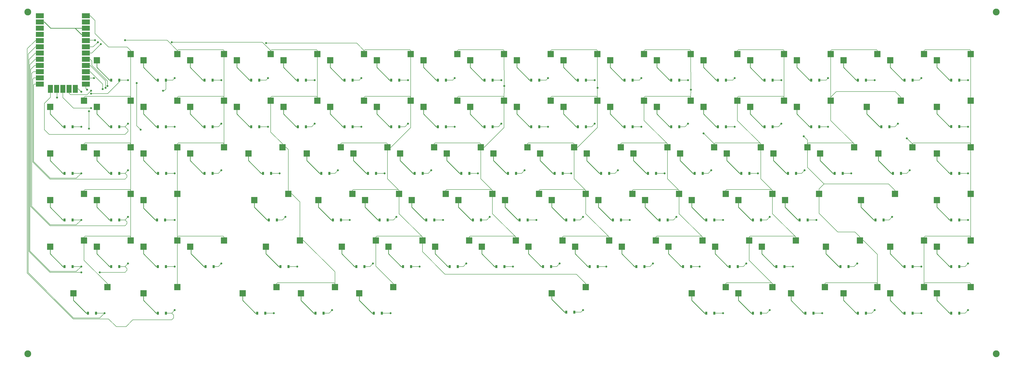
<source format=gbr>
G04 #@! TF.GenerationSoftware,KiCad,Pcbnew,(5.1.5)-3*
G04 #@! TF.CreationDate,2020-02-09T18:49:31-08:00*
G04 #@! TF.ProjectId,minato,6d696e61-746f-42e6-9b69-6361645f7063,rev?*
G04 #@! TF.SameCoordinates,Original*
G04 #@! TF.FileFunction,Copper,L2,Bot*
G04 #@! TF.FilePolarity,Positive*
%FSLAX46Y46*%
G04 Gerber Fmt 4.6, Leading zero omitted, Abs format (unit mm)*
G04 Created by KiCad (PCBNEW (5.1.5)-3) date 2020-02-09 18:49:31*
%MOMM*%
%LPD*%
G04 APERTURE LIST*
%ADD10R,2.550000X2.500000*%
%ADD11R,2.000000X3.250000*%
%ADD12R,3.250000X2.000000*%
%ADD13R,0.900000X1.200000*%
%ADD14C,2.800000*%
%ADD15C,0.800000*%
%ADD16C,0.177800*%
%ADD17C,0.250000*%
G04 APERTURE END LIST*
D10*
X64671250Y-23653750D03*
X78521250Y-21113750D03*
D11*
X45720000Y-35321875D03*
X48260000Y-35321875D03*
X50800000Y-35321875D03*
X53340000Y-35321875D03*
X55880000Y-35321875D03*
D12*
X41402000Y-5476875D03*
X41402000Y-8016875D03*
X41402000Y-10556875D03*
X41402000Y-13096875D03*
X41402000Y-15636875D03*
X41402000Y-18176875D03*
X41402000Y-20716875D03*
X41402000Y-23256875D03*
X41402000Y-25796875D03*
X41402000Y-28336875D03*
X41402000Y-30876875D03*
X41402000Y-33416875D03*
X60198000Y-33416875D03*
X60198000Y-30876875D03*
X60198000Y-28336875D03*
X60198000Y-25796875D03*
X60198000Y-23256875D03*
X60198000Y-20716875D03*
X60198000Y-18176875D03*
X60198000Y-15636875D03*
X60198000Y-13096875D03*
X60198000Y-10556875D03*
X60198000Y-8016875D03*
X60198000Y-5476875D03*
D13*
X70581250Y-31750000D03*
X73881250Y-31750000D03*
D10*
X83721250Y-23653750D03*
X97571250Y-21113750D03*
D13*
X89631250Y-31750000D03*
X92931250Y-31750000D03*
D10*
X102771250Y-23653750D03*
X116621250Y-21113750D03*
D13*
X108681250Y-31750000D03*
X111981250Y-31750000D03*
D10*
X407571250Y-23653750D03*
X421421250Y-21113750D03*
D13*
X61056250Y-127000000D03*
X64356250Y-127000000D03*
X322993750Y-107950000D03*
X326293750Y-107950000D03*
X70581250Y-107950000D03*
X73881250Y-107950000D03*
D14*
X36512500Y-3968750D03*
X431800000Y-3968750D03*
X431800000Y-143668750D03*
X36512500Y-143668750D03*
D10*
X407571250Y-118903750D03*
X421421250Y-116363750D03*
X388521250Y-118903750D03*
X402371250Y-116363750D03*
X407571250Y-99853750D03*
X421421250Y-97313750D03*
X388521250Y-99853750D03*
X402371250Y-97313750D03*
X407571250Y-80803750D03*
X421421250Y-78263750D03*
X383758750Y-61753750D03*
X397608750Y-59213750D03*
X407571250Y-61753750D03*
X421421250Y-59213750D03*
X407571250Y-42703750D03*
X421421250Y-40163750D03*
X388521250Y-23653750D03*
X402371250Y-21113750D03*
X369471250Y-118903750D03*
X383321250Y-116363750D03*
X348040000Y-118903750D03*
X361890000Y-116363750D03*
X362327500Y-99853750D03*
X376177500Y-97313750D03*
X376615000Y-80803750D03*
X390465000Y-78263750D03*
X345658750Y-80803750D03*
X359508750Y-78263750D03*
X340896250Y-61753750D03*
X354746250Y-59213750D03*
X359946250Y-61753750D03*
X373796250Y-59213750D03*
X378996250Y-42703750D03*
X392846250Y-40163750D03*
X350421250Y-42703750D03*
X364271250Y-40163750D03*
X369471250Y-23653750D03*
X383321250Y-21113750D03*
X350421250Y-23653750D03*
X364271250Y-21113750D03*
X326608750Y-118903750D03*
X340458750Y-116363750D03*
X307558750Y-118903750D03*
X321408750Y-116363750D03*
X317083750Y-99853750D03*
X330933750Y-97313750D03*
X336133750Y-99853750D03*
X349983750Y-97313750D03*
X326608750Y-80803750D03*
X340458750Y-78263750D03*
X307558750Y-80803750D03*
X321408750Y-78263750D03*
X302796250Y-61753750D03*
X316646250Y-59213750D03*
X321846250Y-61753750D03*
X335696250Y-59213750D03*
X331371250Y-42703750D03*
X345221250Y-40163750D03*
X312321250Y-42703750D03*
X326171250Y-40163750D03*
X331371250Y-23653750D03*
X345221250Y-21113750D03*
X312321250Y-23653750D03*
X326171250Y-21113750D03*
X278983750Y-99853750D03*
X292833750Y-97313750D03*
X298033750Y-99853750D03*
X311883750Y-97313750D03*
X288508750Y-80803750D03*
X302358750Y-78263750D03*
X269458750Y-80803750D03*
X283308750Y-78263750D03*
X264696250Y-61753750D03*
X278546250Y-59213750D03*
X283746250Y-61753750D03*
X297596250Y-59213750D03*
X293271250Y-42703750D03*
X307121250Y-40163750D03*
X274221250Y-42703750D03*
X288071250Y-40163750D03*
X293271250Y-23653750D03*
X307121250Y-21113750D03*
X274221250Y-23653750D03*
X288071250Y-21113750D03*
X240883750Y-99853750D03*
X254733750Y-97313750D03*
X259933750Y-99853750D03*
X273783750Y-97313750D03*
X250408750Y-80803750D03*
X264258750Y-78263750D03*
X231358750Y-80803750D03*
X245208750Y-78263750D03*
X226596250Y-61753750D03*
X240446250Y-59213750D03*
X245646250Y-61753750D03*
X259496250Y-59213750D03*
X255171250Y-42703750D03*
X269021250Y-40163750D03*
X236121250Y-42703750D03*
X249971250Y-40163750D03*
X255171250Y-23653750D03*
X269021250Y-21113750D03*
X236121250Y-23653750D03*
X249971250Y-21113750D03*
X202783750Y-99853750D03*
X216633750Y-97313750D03*
X221833750Y-99853750D03*
X235683750Y-97313750D03*
X212308750Y-80803750D03*
X226158750Y-78263750D03*
X193258750Y-80803750D03*
X207108750Y-78263750D03*
X188496250Y-61753750D03*
X202346250Y-59213750D03*
X207546250Y-61753750D03*
X221396250Y-59213750D03*
X217071250Y-42703750D03*
X230921250Y-40163750D03*
X198021250Y-42703750D03*
X211871250Y-40163750D03*
X217071250Y-23653750D03*
X230921250Y-21113750D03*
X198021250Y-23653750D03*
X211871250Y-21113750D03*
X250408750Y-118903750D03*
X264258750Y-116363750D03*
X171827500Y-118903750D03*
X185677500Y-116363750D03*
X164683750Y-99853750D03*
X178533750Y-97313750D03*
X183733750Y-99853750D03*
X197583750Y-97313750D03*
X174208750Y-80803750D03*
X188058750Y-78263750D03*
X155158750Y-80803750D03*
X169008750Y-78263750D03*
X150396250Y-61753750D03*
X164246250Y-59213750D03*
X169446250Y-61753750D03*
X183296250Y-59213750D03*
X178971250Y-42703750D03*
X192821250Y-40163750D03*
X159921250Y-42703750D03*
X173771250Y-40163750D03*
X178971250Y-23653750D03*
X192821250Y-21113750D03*
X159921250Y-23653750D03*
X173771250Y-21113750D03*
X148015000Y-118903750D03*
X161865000Y-116363750D03*
X124202500Y-118903750D03*
X138052500Y-116363750D03*
X133727500Y-99853750D03*
X147577500Y-97313750D03*
X128965000Y-80803750D03*
X142815000Y-78263750D03*
X126583750Y-61753750D03*
X140433750Y-59213750D03*
X140871250Y-42703750D03*
X154721250Y-40163750D03*
X121821250Y-42703750D03*
X135671250Y-40163750D03*
X140871250Y-23653750D03*
X154721250Y-21113750D03*
X121821250Y-23653750D03*
X135671250Y-21113750D03*
X83721250Y-118903750D03*
X97571250Y-116363750D03*
X102771250Y-99853750D03*
X116621250Y-97313750D03*
X83721250Y-99853750D03*
X97571250Y-97313750D03*
X83721250Y-80803750D03*
X97571250Y-78263750D03*
X102771250Y-61753750D03*
X116621250Y-59213750D03*
X83721250Y-61753750D03*
X97571250Y-59213750D03*
X102771250Y-42703750D03*
X116621250Y-40163750D03*
X83721250Y-42703750D03*
X97571250Y-40163750D03*
X55146250Y-118903750D03*
X68996250Y-116363750D03*
X64671250Y-99853750D03*
X78521250Y-97313750D03*
X45621250Y-99853750D03*
X59471250Y-97313750D03*
X64671250Y-80803750D03*
X78521250Y-78263750D03*
X45621250Y-80803750D03*
X59471250Y-78263750D03*
X64671250Y-61753750D03*
X78521250Y-59213750D03*
X45621250Y-61753750D03*
X59471250Y-59213750D03*
X64671250Y-42703750D03*
X78521250Y-40163750D03*
X45621250Y-42703750D03*
X59471250Y-40163750D03*
D13*
X416781250Y-127000000D03*
X413481250Y-127000000D03*
X413481250Y-107950000D03*
X416781250Y-107950000D03*
X413481250Y-88900000D03*
X416781250Y-88900000D03*
X413481250Y-69850000D03*
X416781250Y-69850000D03*
X413481250Y-50737500D03*
X416781250Y-50737500D03*
X413481250Y-31750000D03*
X416781250Y-31750000D03*
X394431250Y-127000000D03*
X397731250Y-127000000D03*
X394431250Y-107950000D03*
X397731250Y-107950000D03*
X389668750Y-69850000D03*
X392968750Y-69850000D03*
X394431250Y-31750000D03*
X397731250Y-31750000D03*
X375381250Y-127000000D03*
X378681250Y-127000000D03*
X382525000Y-88900000D03*
X385825000Y-88900000D03*
X365856250Y-69850000D03*
X369156250Y-69850000D03*
X384906250Y-50800000D03*
X388206250Y-50800000D03*
X375381250Y-31750000D03*
X378681250Y-31750000D03*
X353950000Y-127000000D03*
X357250000Y-127000000D03*
X368237500Y-107950000D03*
X371537500Y-107950000D03*
X351568750Y-88900000D03*
X354868750Y-88900000D03*
X346806250Y-69850000D03*
X350106250Y-69850000D03*
X356331250Y-50800000D03*
X359631250Y-50800000D03*
X356331250Y-31750000D03*
X359631250Y-31750000D03*
X332518750Y-127000000D03*
X335818750Y-127000000D03*
X342043750Y-107950000D03*
X345343750Y-107950000D03*
X332518750Y-88900000D03*
X335818750Y-88900000D03*
X327756250Y-69850000D03*
X331056250Y-69850000D03*
X337281250Y-50800000D03*
X340581250Y-50800000D03*
X337281250Y-31750000D03*
X340581250Y-31750000D03*
X313468750Y-127000000D03*
X316768750Y-127000000D03*
X313468750Y-88900000D03*
X316768750Y-88900000D03*
X308706250Y-69850000D03*
X312006250Y-69850000D03*
X318231250Y-50800000D03*
X321531250Y-50800000D03*
X318231250Y-31750000D03*
X321531250Y-31750000D03*
X303943750Y-107950000D03*
X307243750Y-107950000D03*
X294418750Y-88900000D03*
X297718750Y-88900000D03*
X289656250Y-69850000D03*
X292956250Y-69850000D03*
X299181250Y-50800000D03*
X302481250Y-50800000D03*
X299181250Y-31750000D03*
X302481250Y-31750000D03*
X284893750Y-107950000D03*
X288193750Y-107950000D03*
X275368750Y-88900000D03*
X278668750Y-88900000D03*
X270543750Y-69850000D03*
X273843750Y-69850000D03*
X280131250Y-50800000D03*
X283431250Y-50800000D03*
X280131250Y-31750000D03*
X283431250Y-31750000D03*
X265843750Y-107950000D03*
X269143750Y-107950000D03*
X256318750Y-88900000D03*
X259618750Y-88900000D03*
X251556250Y-69850000D03*
X254856250Y-69850000D03*
X261081250Y-50800000D03*
X264381250Y-50800000D03*
X261081250Y-31750000D03*
X264381250Y-31750000D03*
X246793750Y-107950000D03*
X250093750Y-107950000D03*
X237268750Y-88900000D03*
X240568750Y-88900000D03*
X232506250Y-69850000D03*
X235806250Y-69850000D03*
X242031250Y-50800000D03*
X245331250Y-50800000D03*
X242031250Y-31750000D03*
X245331250Y-31750000D03*
X227743750Y-107950000D03*
X231043750Y-107950000D03*
X218218750Y-88900000D03*
X221518750Y-88900000D03*
X213456250Y-69850000D03*
X216756250Y-69850000D03*
X222918750Y-50800000D03*
X226218750Y-50800000D03*
X222981250Y-31750000D03*
X226281250Y-31750000D03*
X208693750Y-107950000D03*
X211993750Y-107950000D03*
X199168750Y-88900000D03*
X202468750Y-88900000D03*
X194406250Y-69850000D03*
X197706250Y-69850000D03*
X203931250Y-50800000D03*
X207231250Y-50800000D03*
X203931250Y-31750000D03*
X207231250Y-31750000D03*
X256318750Y-126603125D03*
X259618750Y-126603125D03*
X189643750Y-107950000D03*
X192943750Y-107950000D03*
X180118750Y-88900000D03*
X183418750Y-88900000D03*
X175356250Y-69850000D03*
X178656250Y-69850000D03*
X184881250Y-50800000D03*
X188181250Y-50800000D03*
X184881250Y-31750000D03*
X188181250Y-31750000D03*
X177737500Y-127000000D03*
X181037500Y-127000000D03*
X170593750Y-107950000D03*
X173893750Y-107950000D03*
X161068750Y-88900000D03*
X164368750Y-88900000D03*
X156306250Y-69850000D03*
X159606250Y-69850000D03*
X165831250Y-50800000D03*
X169131250Y-50800000D03*
X165831250Y-31750000D03*
X169131250Y-31750000D03*
X153925000Y-127000000D03*
X157225000Y-127000000D03*
X146781250Y-50800000D03*
X150081250Y-50800000D03*
X146781250Y-31750000D03*
X150081250Y-31750000D03*
X130112500Y-127000000D03*
X133412500Y-127000000D03*
X139637500Y-107950000D03*
X142937500Y-107950000D03*
X134875000Y-88900000D03*
X138175000Y-88900000D03*
X132493750Y-69850000D03*
X135793750Y-69850000D03*
X127731250Y-50800000D03*
X131031250Y-50800000D03*
X127731250Y-31750000D03*
X131031250Y-31750000D03*
X109078125Y-107950000D03*
X112378125Y-107950000D03*
X108681250Y-69850000D03*
X111981250Y-69850000D03*
X108681250Y-50800000D03*
X111981250Y-50800000D03*
X89631250Y-127000000D03*
X92931250Y-127000000D03*
X89631250Y-107950000D03*
X92931250Y-107950000D03*
X89234375Y-88900000D03*
X92534375Y-88900000D03*
X89693750Y-69850000D03*
X92993750Y-69850000D03*
X89631250Y-50800000D03*
X92931250Y-50800000D03*
X70581250Y-88900000D03*
X73881250Y-88900000D03*
X70581250Y-69850000D03*
X73881250Y-69850000D03*
X70581250Y-50800000D03*
X73881250Y-50800000D03*
X51531250Y-107950000D03*
X54831250Y-107950000D03*
X51531250Y-88900000D03*
X54831250Y-88900000D03*
X51531250Y-69850000D03*
X54831250Y-69850000D03*
X51531250Y-50800000D03*
X54831250Y-50800000D03*
D15*
X96440625Y-30956250D03*
X134540625Y-30956250D03*
X172640625Y-30956250D03*
X210740625Y-30956250D03*
X248840625Y-30956250D03*
X286940625Y-30956250D03*
X325040625Y-30956250D03*
X363140625Y-30956250D03*
X401240625Y-30956250D03*
X62309375Y-36115625D03*
X91678125Y-36115625D03*
X58340625Y-50800000D03*
X96440625Y-50800000D03*
X134540625Y-50800000D03*
X172640625Y-50800000D03*
X210740625Y-50800000D03*
X248840625Y-50800000D03*
X286940625Y-50800000D03*
X325040625Y-50800000D03*
X363140625Y-50800000D03*
X420290625Y-50800000D03*
X48418750Y-38893750D03*
X58340625Y-69850000D03*
X96440625Y-69850000D03*
X139303125Y-69850000D03*
X182165625Y-69850000D03*
X220265625Y-69850000D03*
X258365625Y-69850000D03*
X296465625Y-69850000D03*
X334565625Y-69850000D03*
X372665625Y-69850000D03*
X420290625Y-69850000D03*
X58340625Y-88900000D03*
X96440625Y-88900000D03*
X167878125Y-88900000D03*
X205978125Y-88900000D03*
X244078125Y-88900000D03*
X282178125Y-88900000D03*
X320278125Y-88900000D03*
X358378125Y-88900000D03*
X420290625Y-88900000D03*
X58340625Y-107950000D03*
X96440625Y-107950000D03*
X146446875Y-107950000D03*
X196453125Y-107950000D03*
X234553125Y-107950000D03*
X272653125Y-107950000D03*
X310753125Y-107950000D03*
X348853125Y-107950000D03*
X401240625Y-107950000D03*
X67865625Y-127000000D03*
X136921875Y-127000000D03*
X184546875Y-127000000D03*
X320278125Y-127000000D03*
X360759375Y-127000000D03*
X401240625Y-127000000D03*
X77390625Y-31750000D03*
X115490625Y-31750000D03*
X153590625Y-31750000D03*
X191690625Y-31750000D03*
X229790625Y-31750000D03*
X267890625Y-31750000D03*
X305990625Y-31750000D03*
X382190625Y-31750000D03*
X420290625Y-31750000D03*
X62309375Y-43259375D03*
X62309375Y-37306250D03*
X344090625Y-31750000D03*
X77390625Y-49609375D03*
X115490625Y-49609375D03*
X153590625Y-49609375D03*
X191690625Y-49609375D03*
X229790625Y-49609375D03*
X267890625Y-49609375D03*
X305990625Y-49609375D03*
X344090625Y-49609375D03*
X391715625Y-49609375D03*
X77390625Y-68659375D03*
X115490625Y-68659375D03*
X163115625Y-68659375D03*
X201215625Y-68659375D03*
X239315625Y-68659375D03*
X277415625Y-68659375D03*
X315515625Y-68659375D03*
X353615625Y-68659375D03*
X396478125Y-68659375D03*
X77390625Y-87709375D03*
X141684375Y-87709375D03*
X186928125Y-87709375D03*
X225028125Y-87709375D03*
X263128125Y-87709375D03*
X301228125Y-87709375D03*
X339328125Y-87709375D03*
X389334375Y-87709375D03*
X77390625Y-106759375D03*
X115490625Y-106759375D03*
X177403125Y-106759375D03*
X215503125Y-106759375D03*
X253603125Y-106759375D03*
X291703125Y-106759375D03*
X329803125Y-106759375D03*
X375046875Y-106759375D03*
X420290625Y-106759375D03*
X65881250Y-110331250D03*
X58340625Y-110331250D03*
X96440625Y-125809375D03*
X160734375Y-125809375D03*
X263128125Y-125809375D03*
X339328125Y-125809375D03*
X382190625Y-125809375D03*
X420290625Y-125809375D03*
X76200000Y-15478125D03*
X63896875Y-15478125D03*
X95250000Y-16271875D03*
X65087500Y-16271875D03*
X133746875Y-16668750D03*
X66278125Y-17065625D03*
X69056250Y-34131250D03*
X230981250Y-34131250D03*
X68262500Y-34925000D03*
X269081250Y-34925000D03*
X67071875Y-35448925D03*
X307181250Y-35718750D03*
X312340625Y-53578125D03*
X82550000Y-51990625D03*
X80962500Y-32940625D03*
X63500000Y-30956250D03*
X353218750Y-54768750D03*
X61515625Y-51593750D03*
X61515625Y-44450000D03*
X60721875Y-35718750D03*
X58340625Y-36512500D03*
X395287500Y-55562500D03*
D16*
X92931250Y-31750000D02*
X95646875Y-31750000D01*
X95646875Y-31750000D02*
X96440625Y-30956250D01*
X133746875Y-31750000D02*
X131031250Y-31750000D01*
X134540625Y-30956250D02*
X133746875Y-31750000D01*
X400446875Y-31750000D02*
X401240625Y-30956250D01*
X397731250Y-31750000D02*
X400446875Y-31750000D01*
X362346875Y-31750000D02*
X363140625Y-30956250D01*
X359631250Y-31750000D02*
X362346875Y-31750000D01*
X324246875Y-31750000D02*
X325040625Y-30956250D01*
X321531250Y-31750000D02*
X324246875Y-31750000D01*
X286146875Y-31750000D02*
X286940625Y-30956250D01*
X283431250Y-31750000D02*
X286146875Y-31750000D01*
X248046875Y-31750000D02*
X248840625Y-30956250D01*
X245331250Y-31750000D02*
X248046875Y-31750000D01*
X209946875Y-31750000D02*
X210740625Y-30956250D01*
X207231250Y-31750000D02*
X209946875Y-31750000D01*
X171846875Y-31750000D02*
X172640625Y-30956250D01*
X169131250Y-31750000D02*
X171846875Y-31750000D01*
X53340000Y-37124675D02*
X53918450Y-37703125D01*
X53340000Y-35321875D02*
X53340000Y-37124675D01*
X53918450Y-37703125D02*
X60721875Y-37703125D01*
X60721875Y-37703125D02*
X62309375Y-36115625D01*
X92931250Y-32527800D02*
X92931250Y-31750000D01*
X92931250Y-35428185D02*
X92931250Y-32527800D01*
X92243810Y-36115625D02*
X92931250Y-35428185D01*
X91678125Y-36115625D02*
X92243810Y-36115625D01*
D17*
X50831250Y-50800000D02*
X51531250Y-50800000D01*
X45621250Y-45590000D02*
X50831250Y-50800000D01*
X45621250Y-42703750D02*
X45621250Y-45590000D01*
D16*
X54831250Y-50800000D02*
X58340625Y-50800000D01*
X96440625Y-50800000D02*
X92931250Y-50800000D01*
X134540625Y-50800000D02*
X131031250Y-50800000D01*
X172640625Y-50800000D02*
X169131250Y-50800000D01*
X210740625Y-50800000D02*
X207231250Y-50800000D01*
X248840625Y-50800000D02*
X245331250Y-50800000D01*
X286940625Y-50800000D02*
X283431250Y-50800000D01*
X325040625Y-50800000D02*
X321531250Y-50800000D01*
X359631250Y-50800000D02*
X363140625Y-50800000D01*
X416843750Y-50800000D02*
X416781250Y-50737500D01*
X420290625Y-50800000D02*
X416843750Y-50800000D01*
X48418750Y-35480625D02*
X48260000Y-35321875D01*
X48418750Y-38893750D02*
X48418750Y-35480625D01*
D17*
X45621250Y-64640000D02*
X50831250Y-69850000D01*
X50831250Y-69850000D02*
X51531250Y-69850000D01*
X45621250Y-61753750D02*
X45621250Y-64640000D01*
D16*
X54831250Y-69850000D02*
X58340625Y-69850000D01*
X139303125Y-69850000D02*
X135793750Y-69850000D01*
X95874940Y-69850000D02*
X92993750Y-69850000D01*
X96440625Y-69850000D02*
X95874940Y-69850000D01*
X182165625Y-69850000D02*
X178656250Y-69850000D01*
X220265625Y-69850000D02*
X216756250Y-69850000D01*
X258365625Y-69850000D02*
X254856250Y-69850000D01*
X296465625Y-69850000D02*
X292956250Y-69850000D01*
X334565625Y-69850000D02*
X331056250Y-69850000D01*
X369156250Y-69850000D02*
X372665625Y-69850000D01*
X420290625Y-69850000D02*
X416781250Y-69850000D01*
X39211250Y-33416875D02*
X41402000Y-33416875D01*
X56356250Y-71834375D02*
X45640625Y-71834375D01*
X45640625Y-71834375D02*
X38893750Y-65087500D01*
X58340625Y-69850000D02*
X56356250Y-71834375D01*
X38893750Y-65087500D02*
X38893750Y-33734375D01*
X38893750Y-33734375D02*
X39211250Y-33416875D01*
D17*
X50831250Y-88900000D02*
X51531250Y-88900000D01*
X45621250Y-83690000D02*
X50831250Y-88900000D01*
X45621250Y-80803750D02*
X45621250Y-83690000D01*
D16*
X54831250Y-88900000D02*
X58340625Y-88900000D01*
X96440625Y-88900000D02*
X92534375Y-88900000D01*
X167878125Y-88900000D02*
X164368750Y-88900000D01*
X205978125Y-88900000D02*
X202468750Y-88900000D01*
X244078125Y-88900000D02*
X240568750Y-88900000D01*
X282178125Y-88900000D02*
X278668750Y-88900000D01*
X320278125Y-88900000D02*
X316768750Y-88900000D01*
X358378125Y-88900000D02*
X354868750Y-88900000D01*
X420290625Y-88900000D02*
X416781250Y-88900000D01*
X38817532Y-28336875D02*
X41402000Y-28336875D01*
X56356250Y-90884375D02*
X45640625Y-90884375D01*
X45640625Y-90884375D02*
X38141266Y-83385016D01*
X58340625Y-88900000D02*
X56356250Y-90884375D01*
X38141266Y-83385016D02*
X38141266Y-29013141D01*
X38141266Y-29013141D02*
X38817532Y-28336875D01*
D17*
X45621250Y-101353750D02*
X45621250Y-99853750D01*
X45621250Y-102740000D02*
X45621250Y-101353750D01*
X50831250Y-107950000D02*
X45621250Y-102740000D01*
X51531250Y-107950000D02*
X50831250Y-107950000D01*
D16*
X54831250Y-107950000D02*
X58340625Y-107950000D01*
X96440625Y-107950000D02*
X92931250Y-107950000D01*
X145881190Y-107950000D02*
X142937500Y-107950000D01*
X146446875Y-107950000D02*
X145881190Y-107950000D01*
X196453125Y-107950000D02*
X192943750Y-107950000D01*
X234553125Y-107950000D02*
X231043750Y-107950000D01*
X272653125Y-107950000D02*
X269143750Y-107950000D01*
X310753125Y-107950000D02*
X307243750Y-107950000D01*
X348853125Y-107950000D02*
X345343750Y-107950000D01*
X401240625Y-107950000D02*
X397731250Y-107950000D01*
X58340625Y-107950000D02*
X56356250Y-109934375D01*
X56356250Y-109934375D02*
X45640625Y-109934375D01*
X37347516Y-101641266D02*
X37347516Y-25441266D01*
X45640625Y-109934375D02*
X37347516Y-101641266D01*
X39531907Y-23256875D02*
X41402000Y-23256875D01*
X37347516Y-25441266D02*
X39531907Y-23256875D01*
D17*
X60356250Y-127000000D02*
X61056250Y-127000000D01*
X55146250Y-121790000D02*
X60356250Y-127000000D01*
X55146250Y-118903750D02*
X55146250Y-121790000D01*
D16*
X64356250Y-127000000D02*
X67865625Y-127000000D01*
X136921875Y-127000000D02*
X133412500Y-127000000D01*
X181037500Y-127000000D02*
X184546875Y-127000000D01*
X320278125Y-127000000D02*
X316768750Y-127000000D01*
X360759375Y-127000000D02*
X357250000Y-127000000D01*
X401240625Y-127000000D02*
X397731250Y-127000000D01*
X67865625Y-127000000D02*
X65881250Y-128984375D01*
X65881250Y-128984375D02*
X55165625Y-128984375D01*
X39599200Y-18176875D02*
X41402000Y-18176875D01*
X36636297Y-110455047D02*
X36636297Y-21139778D01*
X36636297Y-21139778D02*
X39599200Y-18176875D01*
X55165625Y-128984375D02*
X36636297Y-110455047D01*
D17*
X64671250Y-23653750D02*
X64671250Y-26540000D01*
X64671250Y-26540000D02*
X69881250Y-31750000D01*
X69881250Y-31750000D02*
X70581250Y-31750000D01*
D16*
X73881250Y-31750000D02*
X77390625Y-31750000D01*
X115490625Y-31750000D02*
X111981250Y-31750000D01*
X153590625Y-31750000D02*
X150081250Y-31750000D01*
X191690625Y-31750000D02*
X188181250Y-31750000D01*
X229790625Y-31750000D02*
X226281250Y-31750000D01*
X267890625Y-31750000D02*
X264381250Y-31750000D01*
X382190625Y-31750000D02*
X378681250Y-31750000D01*
X420290625Y-31750000D02*
X416781250Y-31750000D01*
X50800000Y-35321875D02*
X50800000Y-38893750D01*
X50800000Y-38893750D02*
X55165625Y-43259375D01*
X55165625Y-43259375D02*
X62309375Y-43259375D01*
X73881250Y-32527800D02*
X73881250Y-31750000D01*
X69102800Y-37306250D02*
X73881250Y-32527800D01*
X62309375Y-37306250D02*
X69102800Y-37306250D01*
X302481250Y-31750000D02*
X305990625Y-31750000D01*
X340581250Y-31750000D02*
X344090625Y-31750000D01*
D17*
X69881250Y-50800000D02*
X70581250Y-50800000D01*
X64671250Y-45590000D02*
X69881250Y-50800000D01*
X64671250Y-42703750D02*
X64671250Y-45590000D01*
D16*
X73881250Y-50800000D02*
X76200000Y-50800000D01*
X76200000Y-50800000D02*
X77390625Y-49609375D01*
X114300000Y-50800000D02*
X111981250Y-50800000D01*
X115490625Y-49609375D02*
X114300000Y-50800000D01*
X390525000Y-50800000D02*
X391715625Y-49609375D01*
X388206250Y-50800000D02*
X390525000Y-50800000D01*
X342900000Y-50800000D02*
X344090625Y-49609375D01*
X340581250Y-50800000D02*
X342900000Y-50800000D01*
X304800000Y-50800000D02*
X305990625Y-49609375D01*
X302481250Y-50800000D02*
X304800000Y-50800000D01*
X266700000Y-50800000D02*
X267890625Y-49609375D01*
X264381250Y-50800000D02*
X266700000Y-50800000D01*
X228600000Y-50800000D02*
X229790625Y-49609375D01*
X226218750Y-50800000D02*
X228600000Y-50800000D01*
X190500000Y-50800000D02*
X191690625Y-49609375D01*
X188181250Y-50800000D02*
X190500000Y-50800000D01*
X152400000Y-50800000D02*
X153590625Y-49609375D01*
X150081250Y-50800000D02*
X152400000Y-50800000D01*
X45720000Y-38814375D02*
X45720000Y-35321875D01*
X43259375Y-41275000D02*
X45720000Y-38814375D01*
X43259375Y-51990625D02*
X43259375Y-41275000D01*
X77390625Y-51990625D02*
X77390625Y-52784375D01*
X76200000Y-50800000D02*
X77390625Y-51990625D01*
X77390625Y-52784375D02*
X76200000Y-53975000D01*
X76200000Y-53975000D02*
X45243750Y-53975000D01*
X45243750Y-53975000D02*
X43259375Y-51990625D01*
D17*
X69881250Y-69850000D02*
X70581250Y-69850000D01*
X64671250Y-64640000D02*
X69881250Y-69850000D01*
X64671250Y-61753750D02*
X64671250Y-64640000D01*
D16*
X73881250Y-69850000D02*
X76200000Y-69850000D01*
X76200000Y-69850000D02*
X77390625Y-68659375D01*
X114300000Y-69850000D02*
X115490625Y-68659375D01*
X111981250Y-69850000D02*
X114300000Y-69850000D01*
X38973125Y-30876875D02*
X41402000Y-30876875D01*
X38496875Y-31353125D02*
X38973125Y-30876875D01*
X38496875Y-65193533D02*
X38496875Y-31353125D01*
X76993750Y-70643750D02*
X76993750Y-71437500D01*
X45534592Y-72231250D02*
X38496875Y-65193533D01*
X76200000Y-69850000D02*
X76993750Y-70643750D01*
X76993750Y-71437500D02*
X76200000Y-72231250D01*
X76200000Y-72231250D02*
X45534592Y-72231250D01*
X159606250Y-69850000D02*
X161925000Y-69850000D01*
X161925000Y-69850000D02*
X163115625Y-68659375D01*
X395287500Y-69850000D02*
X396478125Y-68659375D01*
X392968750Y-69850000D02*
X395287500Y-69850000D01*
X352425000Y-69850000D02*
X353615625Y-68659375D01*
X350106250Y-69850000D02*
X352425000Y-69850000D01*
X314325000Y-69850000D02*
X315515625Y-68659375D01*
X312006250Y-69850000D02*
X314325000Y-69850000D01*
X276225000Y-69850000D02*
X277415625Y-68659375D01*
X273843750Y-69850000D02*
X276225000Y-69850000D01*
X238125000Y-69850000D02*
X239315625Y-68659375D01*
X235806250Y-69850000D02*
X238125000Y-69850000D01*
X200025000Y-69850000D02*
X201215625Y-68659375D01*
X197706250Y-69850000D02*
X200025000Y-69850000D01*
D17*
X69881250Y-88900000D02*
X70581250Y-88900000D01*
X64671250Y-83690000D02*
X69881250Y-88900000D01*
X64671250Y-80803750D02*
X64671250Y-83690000D01*
D16*
X73881250Y-88900000D02*
X76200000Y-88900000D01*
X76200000Y-88900000D02*
X77390625Y-87709375D01*
X388143750Y-88900000D02*
X389334375Y-87709375D01*
X385825000Y-88900000D02*
X388143750Y-88900000D01*
X338137500Y-88900000D02*
X339328125Y-87709375D01*
X335818750Y-88900000D02*
X338137500Y-88900000D01*
X300037500Y-88900000D02*
X301228125Y-87709375D01*
X297718750Y-88900000D02*
X300037500Y-88900000D01*
X261937500Y-88900000D02*
X263128125Y-87709375D01*
X259618750Y-88900000D02*
X261937500Y-88900000D01*
X223837500Y-88900000D02*
X225028125Y-87709375D01*
X221518750Y-88900000D02*
X223837500Y-88900000D01*
X185737500Y-88900000D02*
X186928125Y-87709375D01*
X183418750Y-88900000D02*
X185737500Y-88900000D01*
X140493750Y-88900000D02*
X141684375Y-87709375D01*
X138175000Y-88900000D02*
X140493750Y-88900000D01*
X37703125Y-27384375D02*
X39290625Y-25796875D01*
X37703125Y-83449783D02*
X37703125Y-27384375D01*
X76993750Y-89693750D02*
X76993750Y-90487500D01*
X76200000Y-88900000D02*
X76993750Y-89693750D01*
X76993750Y-90487500D02*
X76200000Y-91281250D01*
X39290625Y-25796875D02*
X41402000Y-25796875D01*
X76200000Y-91281250D02*
X45534592Y-91281250D01*
X45534592Y-91281250D02*
X37703125Y-83449783D01*
D17*
X64671250Y-102740000D02*
X69881250Y-107950000D01*
X69881250Y-107950000D02*
X70581250Y-107950000D01*
X64671250Y-99853750D02*
X64671250Y-102740000D01*
D16*
X73881250Y-107950000D02*
X76200000Y-107950000D01*
X76200000Y-107950000D02*
X77390625Y-106759375D01*
X419100000Y-107950000D02*
X420290625Y-106759375D01*
X416781250Y-107950000D02*
X419100000Y-107950000D01*
X373856250Y-107950000D02*
X375046875Y-106759375D01*
X371537500Y-107950000D02*
X373856250Y-107950000D01*
X328612500Y-107950000D02*
X329803125Y-106759375D01*
X326293750Y-107950000D02*
X328612500Y-107950000D01*
X290512500Y-107950000D02*
X291703125Y-106759375D01*
X288193750Y-107950000D02*
X290512500Y-107950000D01*
X252412500Y-107950000D02*
X253603125Y-106759375D01*
X250093750Y-107950000D02*
X252412500Y-107950000D01*
X214312500Y-107950000D02*
X215503125Y-106759375D01*
X211993750Y-107950000D02*
X214312500Y-107950000D01*
X176212500Y-107950000D02*
X177403125Y-106759375D01*
X173893750Y-107950000D02*
X176212500Y-107950000D01*
X114300000Y-107950000D02*
X115490625Y-106759375D01*
X112378125Y-107950000D02*
X114300000Y-107950000D01*
X76200000Y-107950000D02*
X76993750Y-108743750D01*
X76993750Y-108743750D02*
X76993750Y-109537500D01*
X76993750Y-109537500D02*
X76200000Y-110331250D01*
X76200000Y-110331250D02*
X65881250Y-110331250D01*
X39599200Y-20716875D02*
X41402000Y-20716875D01*
X36991906Y-23324169D02*
X39599200Y-20716875D01*
X45534592Y-110331250D02*
X36991906Y-101788564D01*
X36991906Y-101788564D02*
X36991906Y-23324169D01*
X58340625Y-110331250D02*
X45534592Y-110331250D01*
D17*
X88931250Y-31750000D02*
X89631250Y-31750000D01*
X83721250Y-26540000D02*
X88931250Y-31750000D01*
X83721250Y-23653750D02*
X83721250Y-26540000D01*
X83721250Y-45590000D02*
X88931250Y-50800000D01*
X88931250Y-50800000D02*
X89631250Y-50800000D01*
X83721250Y-42703750D02*
X83721250Y-45590000D01*
X88993750Y-69850000D02*
X89693750Y-69850000D01*
X83721250Y-64577500D02*
X88993750Y-69850000D01*
X83721250Y-61753750D02*
X83721250Y-64577500D01*
X88534375Y-88900000D02*
X89234375Y-88900000D01*
X83721250Y-84086875D02*
X88534375Y-88900000D01*
X83721250Y-80803750D02*
X83721250Y-84086875D01*
X88931250Y-107950000D02*
X89631250Y-107950000D01*
X83721250Y-102740000D02*
X88931250Y-107950000D01*
X83721250Y-99853750D02*
X83721250Y-102740000D01*
X88931250Y-127000000D02*
X89631250Y-127000000D01*
X83721250Y-121790000D02*
X88931250Y-127000000D01*
X83721250Y-118903750D02*
X83721250Y-121790000D01*
D16*
X92931250Y-127000000D02*
X95250000Y-127000000D01*
X95250000Y-127000000D02*
X96440625Y-125809375D01*
X419100000Y-127000000D02*
X420290625Y-125809375D01*
X416781250Y-127000000D02*
X419100000Y-127000000D01*
X381000000Y-127000000D02*
X382190625Y-125809375D01*
X378681250Y-127000000D02*
X381000000Y-127000000D01*
X338137500Y-127000000D02*
X339328125Y-125809375D01*
X335818750Y-127000000D02*
X338137500Y-127000000D01*
X262334375Y-126603125D02*
X263128125Y-125809375D01*
X259618750Y-126603125D02*
X262334375Y-126603125D01*
X159543750Y-127000000D02*
X160734375Y-125809375D01*
X157225000Y-127000000D02*
X159543750Y-127000000D01*
X95250000Y-129778125D02*
X79375000Y-129778125D01*
X79375000Y-129778125D02*
X76596875Y-132556250D01*
X96043750Y-128984375D02*
X95250000Y-129778125D01*
X96043750Y-127793750D02*
X96043750Y-128984375D01*
X95250000Y-127000000D02*
X96043750Y-127793750D01*
X39599200Y-15636875D02*
X41402000Y-15636875D01*
X76596875Y-132556250D02*
X72628125Y-132556250D01*
X72628125Y-132556250D02*
X69453125Y-129381250D01*
X55059592Y-129381250D02*
X36280687Y-110602345D01*
X69453125Y-129381250D02*
X55059592Y-129381250D01*
X36280687Y-18955388D02*
X39599200Y-15636875D01*
X36280687Y-110602345D02*
X36280687Y-18955388D01*
D17*
X107981250Y-31750000D02*
X108681250Y-31750000D01*
X102771250Y-23653750D02*
X102771250Y-26540000D01*
X102771250Y-26540000D02*
X107981250Y-31750000D01*
X102771250Y-45590000D02*
X107981250Y-50800000D01*
X107981250Y-50800000D02*
X108681250Y-50800000D01*
X102771250Y-42703750D02*
X102771250Y-45590000D01*
X102771250Y-64640000D02*
X102771250Y-63253750D01*
X102771250Y-63253750D02*
X102771250Y-61753750D01*
X107981250Y-69850000D02*
X102771250Y-64640000D01*
X108681250Y-69850000D02*
X107981250Y-69850000D01*
X108378125Y-107950000D02*
X109078125Y-107950000D01*
X103168125Y-102740000D02*
X108378125Y-107950000D01*
X103168125Y-99853750D02*
X103168125Y-102740000D01*
X127031250Y-31750000D02*
X127731250Y-31750000D01*
X121821250Y-26540000D02*
X127031250Y-31750000D01*
X121821250Y-23653750D02*
X121821250Y-26540000D01*
X127031250Y-50800000D02*
X127731250Y-50800000D01*
X121821250Y-45590000D02*
X127031250Y-50800000D01*
X121821250Y-42703750D02*
X121821250Y-45590000D01*
X131793750Y-69850000D02*
X132493750Y-69850000D01*
X126583750Y-64640000D02*
X131793750Y-69850000D01*
X126583750Y-61753750D02*
X126583750Y-64640000D01*
X134175000Y-88900000D02*
X134875000Y-88900000D01*
X128965000Y-83690000D02*
X134175000Y-88900000D01*
X128965000Y-80803750D02*
X128965000Y-83690000D01*
X138937500Y-107950000D02*
X139637500Y-107950000D01*
X133727500Y-102740000D02*
X138937500Y-107950000D01*
X133727500Y-99853750D02*
X133727500Y-102740000D01*
X129412500Y-127000000D02*
X130112500Y-127000000D01*
X124202500Y-121790000D02*
X129412500Y-127000000D01*
X124202500Y-118903750D02*
X124202500Y-121790000D01*
X146081250Y-31750000D02*
X146781250Y-31750000D01*
X140871250Y-26540000D02*
X146081250Y-31750000D01*
X140871250Y-23653750D02*
X140871250Y-26540000D01*
X146081250Y-50800000D02*
X146781250Y-50800000D01*
X140871250Y-45590000D02*
X146081250Y-50800000D01*
X140871250Y-42703750D02*
X140871250Y-45590000D01*
X153225000Y-127000000D02*
X153925000Y-127000000D01*
X148015000Y-121790000D02*
X153225000Y-127000000D01*
X148015000Y-118903750D02*
X148015000Y-121790000D01*
X165131250Y-31750000D02*
X165831250Y-31750000D01*
X159921250Y-26540000D02*
X165131250Y-31750000D01*
X159921250Y-23653750D02*
X159921250Y-26540000D01*
X165131250Y-50800000D02*
X165831250Y-50800000D01*
X159921250Y-45590000D02*
X165131250Y-50800000D01*
X159921250Y-42703750D02*
X159921250Y-45590000D01*
X155606250Y-69850000D02*
X156306250Y-69850000D01*
X150396250Y-64640000D02*
X155606250Y-69850000D01*
X150396250Y-61753750D02*
X150396250Y-64640000D01*
X160368750Y-88900000D02*
X161068750Y-88900000D01*
X155158750Y-83690000D02*
X160368750Y-88900000D01*
X155158750Y-80803750D02*
X155158750Y-83690000D01*
X169893750Y-107950000D02*
X170593750Y-107950000D01*
X164683750Y-102740000D02*
X169893750Y-107950000D01*
X164683750Y-99853750D02*
X164683750Y-102740000D01*
X177037500Y-127000000D02*
X177737500Y-127000000D01*
X171827500Y-121790000D02*
X177037500Y-127000000D01*
X171827500Y-118903750D02*
X171827500Y-121790000D01*
X184181250Y-31750000D02*
X184881250Y-31750000D01*
X178971250Y-26540000D02*
X184181250Y-31750000D01*
X178971250Y-23653750D02*
X178971250Y-26540000D01*
X184181250Y-50800000D02*
X184881250Y-50800000D01*
X178971250Y-45590000D02*
X184181250Y-50800000D01*
X178971250Y-42703750D02*
X178971250Y-45590000D01*
X174656250Y-69850000D02*
X175356250Y-69850000D01*
X169446250Y-64640000D02*
X174656250Y-69850000D01*
X169446250Y-61753750D02*
X169446250Y-64640000D01*
X179418750Y-88900000D02*
X180118750Y-88900000D01*
X174208750Y-83690000D02*
X179418750Y-88900000D01*
X174208750Y-80803750D02*
X174208750Y-83690000D01*
X188943750Y-107950000D02*
X189643750Y-107950000D01*
X183733750Y-102740000D02*
X188943750Y-107950000D01*
X183733750Y-99853750D02*
X183733750Y-102740000D01*
X255618750Y-126603125D02*
X256318750Y-126603125D01*
X250408750Y-121393125D02*
X255618750Y-126603125D01*
X250408750Y-118903750D02*
X250408750Y-121393125D01*
X203231250Y-31750000D02*
X203931250Y-31750000D01*
X198021250Y-26540000D02*
X203231250Y-31750000D01*
X198021250Y-23653750D02*
X198021250Y-26540000D01*
X203231250Y-50800000D02*
X203931250Y-50800000D01*
X198021250Y-45590000D02*
X203231250Y-50800000D01*
X198021250Y-42703750D02*
X198021250Y-45590000D01*
X193706250Y-69850000D02*
X194406250Y-69850000D01*
X188496250Y-64640000D02*
X193706250Y-69850000D01*
X188496250Y-61753750D02*
X188496250Y-64640000D01*
X198468750Y-88900000D02*
X199168750Y-88900000D01*
X193258750Y-83690000D02*
X198468750Y-88900000D01*
X193258750Y-80803750D02*
X193258750Y-83690000D01*
X207993750Y-107950000D02*
X208693750Y-107950000D01*
X202783750Y-102740000D02*
X207993750Y-107950000D01*
X202783750Y-99853750D02*
X202783750Y-102740000D01*
X222281250Y-31750000D02*
X222981250Y-31750000D01*
X217071250Y-26540000D02*
X222281250Y-31750000D01*
X217071250Y-23653750D02*
X217071250Y-26540000D01*
X222218750Y-50800000D02*
X222918750Y-50800000D01*
X217071250Y-45652500D02*
X222218750Y-50800000D01*
X217071250Y-42703750D02*
X217071250Y-45652500D01*
X212756250Y-69850000D02*
X213456250Y-69850000D01*
X207546250Y-64640000D02*
X212756250Y-69850000D01*
X207546250Y-61753750D02*
X207546250Y-64640000D01*
X217518750Y-88900000D02*
X218218750Y-88900000D01*
X212308750Y-83690000D02*
X217518750Y-88900000D01*
X212308750Y-80803750D02*
X212308750Y-83690000D01*
X227043750Y-107950000D02*
X227743750Y-107950000D01*
X221833750Y-102740000D02*
X227043750Y-107950000D01*
X221833750Y-99853750D02*
X221833750Y-102740000D01*
X241331250Y-31750000D02*
X242031250Y-31750000D01*
X236121250Y-26540000D02*
X241331250Y-31750000D01*
X236121250Y-23653750D02*
X236121250Y-26540000D01*
X241331250Y-50800000D02*
X242031250Y-50800000D01*
X236121250Y-45590000D02*
X241331250Y-50800000D01*
X236121250Y-42703750D02*
X236121250Y-45590000D01*
X226596250Y-64640000D02*
X231806250Y-69850000D01*
X226596250Y-61753750D02*
X226596250Y-64640000D01*
X231806250Y-69850000D02*
X232506250Y-69850000D01*
X236568750Y-88900000D02*
X237268750Y-88900000D01*
X231358750Y-83690000D02*
X236568750Y-88900000D01*
X231358750Y-80803750D02*
X231358750Y-83690000D01*
X246093750Y-107950000D02*
X246793750Y-107950000D01*
X240883750Y-102740000D02*
X246093750Y-107950000D01*
X240883750Y-99853750D02*
X240883750Y-102740000D01*
X260381250Y-31750000D02*
X261081250Y-31750000D01*
X255171250Y-26540000D02*
X260381250Y-31750000D01*
X255171250Y-23653750D02*
X255171250Y-26540000D01*
X260381250Y-50800000D02*
X261081250Y-50800000D01*
X255171250Y-45590000D02*
X260381250Y-50800000D01*
X255171250Y-42703750D02*
X255171250Y-45590000D01*
X250856250Y-69850000D02*
X251556250Y-69850000D01*
X245646250Y-64640000D02*
X250856250Y-69850000D01*
X245646250Y-61753750D02*
X245646250Y-64640000D01*
X255618750Y-88900000D02*
X256318750Y-88900000D01*
X250408750Y-83690000D02*
X255618750Y-88900000D01*
X250408750Y-80803750D02*
X250408750Y-83690000D01*
X265143750Y-107950000D02*
X265843750Y-107950000D01*
X259933750Y-102740000D02*
X265143750Y-107950000D01*
X259933750Y-99853750D02*
X259933750Y-102740000D01*
X279431250Y-31750000D02*
X280131250Y-31750000D01*
X274221250Y-26540000D02*
X279431250Y-31750000D01*
X274221250Y-23653750D02*
X274221250Y-26540000D01*
X279431250Y-50800000D02*
X280131250Y-50800000D01*
X274221250Y-45590000D02*
X279431250Y-50800000D01*
X274221250Y-42703750D02*
X274221250Y-45590000D01*
X269843750Y-69850000D02*
X270543750Y-69850000D01*
X264696250Y-64702500D02*
X269843750Y-69850000D01*
X264696250Y-61753750D02*
X264696250Y-64702500D01*
X274668750Y-88900000D02*
X275368750Y-88900000D01*
X269458750Y-83690000D02*
X274668750Y-88900000D01*
X269458750Y-80803750D02*
X269458750Y-83690000D01*
X278983750Y-102740000D02*
X284193750Y-107950000D01*
X284193750Y-107950000D02*
X284893750Y-107950000D01*
X278983750Y-99853750D02*
X278983750Y-102740000D01*
X298481250Y-31750000D02*
X299181250Y-31750000D01*
X293271250Y-26540000D02*
X298481250Y-31750000D01*
X293271250Y-23653750D02*
X293271250Y-26540000D01*
X298481250Y-50800000D02*
X299181250Y-50800000D01*
X293271250Y-45590000D02*
X298481250Y-50800000D01*
X293271250Y-42703750D02*
X293271250Y-45590000D01*
X288956250Y-69850000D02*
X289656250Y-69850000D01*
X283746250Y-64640000D02*
X288956250Y-69850000D01*
X283746250Y-61753750D02*
X283746250Y-64640000D01*
X293718750Y-88900000D02*
X294418750Y-88900000D01*
X288508750Y-83690000D02*
X293718750Y-88900000D01*
X288508750Y-80803750D02*
X288508750Y-83690000D01*
X298033750Y-102740000D02*
X303243750Y-107950000D01*
X298033750Y-99853750D02*
X298033750Y-102740000D01*
X303243750Y-107950000D02*
X303943750Y-107950000D01*
X317531250Y-31750000D02*
X318231250Y-31750000D01*
X312321250Y-26540000D02*
X317531250Y-31750000D01*
X312321250Y-23653750D02*
X312321250Y-26540000D01*
X312321250Y-45590000D02*
X317531250Y-50800000D01*
X317531250Y-50800000D02*
X318231250Y-50800000D01*
X312321250Y-42703750D02*
X312321250Y-45590000D01*
X308006250Y-69850000D02*
X308706250Y-69850000D01*
X302796250Y-64640000D02*
X308006250Y-69850000D01*
X302796250Y-61753750D02*
X302796250Y-64640000D01*
X312768750Y-88900000D02*
X313468750Y-88900000D01*
X307558750Y-83690000D02*
X312768750Y-88900000D01*
X307558750Y-80803750D02*
X307558750Y-83690000D01*
X322293750Y-107950000D02*
X322993750Y-107950000D01*
X317083750Y-102740000D02*
X322293750Y-107950000D01*
X317083750Y-99853750D02*
X317083750Y-102740000D01*
X307558750Y-121790000D02*
X312768750Y-127000000D01*
X312768750Y-127000000D02*
X313468750Y-127000000D01*
X307558750Y-118903750D02*
X307558750Y-121790000D01*
X331371250Y-26540000D02*
X336581250Y-31750000D01*
X336581250Y-31750000D02*
X337281250Y-31750000D01*
X331371250Y-23653750D02*
X331371250Y-26540000D01*
X336581250Y-50800000D02*
X337281250Y-50800000D01*
X331371250Y-45590000D02*
X336581250Y-50800000D01*
X331371250Y-42703750D02*
X331371250Y-45590000D01*
X327056250Y-69850000D02*
X327756250Y-69850000D01*
X321846250Y-64640000D02*
X327056250Y-69850000D01*
X321846250Y-61753750D02*
X321846250Y-64640000D01*
X326608750Y-83690000D02*
X331818750Y-88900000D01*
X331818750Y-88900000D02*
X332518750Y-88900000D01*
X326608750Y-80803750D02*
X326608750Y-83690000D01*
X341343750Y-107950000D02*
X342043750Y-107950000D01*
X336133750Y-102740000D02*
X341343750Y-107950000D01*
X336133750Y-99853750D02*
X336133750Y-102740000D01*
X331818750Y-127000000D02*
X332518750Y-127000000D01*
X326608750Y-121790000D02*
X331818750Y-127000000D01*
X326608750Y-118903750D02*
X326608750Y-121790000D01*
X350421250Y-26540000D02*
X355631250Y-31750000D01*
X355631250Y-31750000D02*
X356331250Y-31750000D01*
X350421250Y-23653750D02*
X350421250Y-26540000D01*
X355631250Y-50800000D02*
X356331250Y-50800000D01*
X350421250Y-45590000D02*
X355631250Y-50800000D01*
X350421250Y-42703750D02*
X350421250Y-45590000D01*
X346106250Y-69850000D02*
X346806250Y-69850000D01*
X340896250Y-64640000D02*
X346106250Y-69850000D01*
X340896250Y-61753750D02*
X340896250Y-64640000D01*
X345658750Y-83690000D02*
X350868750Y-88900000D01*
X350868750Y-88900000D02*
X351568750Y-88900000D01*
X345658750Y-80803750D02*
X345658750Y-83690000D01*
X362327500Y-102740000D02*
X367537500Y-107950000D01*
X367537500Y-107950000D02*
X368237500Y-107950000D01*
X362327500Y-99853750D02*
X362327500Y-102740000D01*
X353250000Y-127000000D02*
X353950000Y-127000000D01*
X348040000Y-121790000D02*
X353250000Y-127000000D01*
X348040000Y-118903750D02*
X348040000Y-121790000D01*
X369471250Y-26540000D02*
X374681250Y-31750000D01*
X374681250Y-31750000D02*
X375381250Y-31750000D01*
X369471250Y-23653750D02*
X369471250Y-26540000D01*
X384206250Y-50800000D02*
X384906250Y-50800000D01*
X378996250Y-45590000D02*
X384206250Y-50800000D01*
X378996250Y-42703750D02*
X378996250Y-45590000D01*
X365156250Y-69850000D02*
X365856250Y-69850000D01*
X359946250Y-64640000D02*
X365156250Y-69850000D01*
X359946250Y-61753750D02*
X359946250Y-64640000D01*
X381825000Y-88900000D02*
X382525000Y-88900000D01*
X376615000Y-83690000D02*
X381825000Y-88900000D01*
X376615000Y-80803750D02*
X376615000Y-83690000D01*
X374681250Y-127000000D02*
X375381250Y-127000000D01*
X369471250Y-121790000D02*
X374681250Y-127000000D01*
X369471250Y-118903750D02*
X369471250Y-121790000D01*
X393731250Y-31750000D02*
X394431250Y-31750000D01*
X388521250Y-26540000D02*
X393731250Y-31750000D01*
X388521250Y-23653750D02*
X388521250Y-26540000D01*
X388968750Y-69850000D02*
X389668750Y-69850000D01*
X383758750Y-64640000D02*
X388968750Y-69850000D01*
X383758750Y-61753750D02*
X383758750Y-64640000D01*
X393731250Y-107950000D02*
X394431250Y-107950000D01*
X388521250Y-102740000D02*
X393731250Y-107950000D01*
X388521250Y-99853750D02*
X388521250Y-102740000D01*
X393731250Y-127000000D02*
X394431250Y-127000000D01*
X388521250Y-121790000D02*
X393731250Y-127000000D01*
X388521250Y-118903750D02*
X388521250Y-121790000D01*
X412781250Y-31750000D02*
X413481250Y-31750000D01*
X407571250Y-26540000D02*
X412781250Y-31750000D01*
X407571250Y-23653750D02*
X407571250Y-26540000D01*
X412781250Y-50737500D02*
X413481250Y-50737500D01*
X407571250Y-45527500D02*
X412781250Y-50737500D01*
X407571250Y-42703750D02*
X407571250Y-45527500D01*
X412781250Y-69850000D02*
X413481250Y-69850000D01*
X407571250Y-64640000D02*
X412781250Y-69850000D01*
X407571250Y-61753750D02*
X407571250Y-64640000D01*
X412781250Y-88900000D02*
X413481250Y-88900000D01*
X407571250Y-83690000D02*
X412781250Y-88900000D01*
X407571250Y-80803750D02*
X407571250Y-83690000D01*
X412781250Y-107950000D02*
X413481250Y-107950000D01*
X407571250Y-102740000D02*
X412781250Y-107950000D01*
X407571250Y-99853750D02*
X407571250Y-102740000D01*
X412781250Y-127000000D02*
X413481250Y-127000000D01*
X407571250Y-121790000D02*
X412781250Y-127000000D01*
X407571250Y-118903750D02*
X407571250Y-121790000D01*
D16*
X78521250Y-38735950D02*
X78160149Y-38374849D01*
X59471250Y-38735950D02*
X59471250Y-40163750D01*
X59832351Y-38374849D02*
X59471250Y-38735950D01*
X78160149Y-38374849D02*
X59832351Y-38374849D01*
X78521250Y-40163750D02*
X78521250Y-38735950D01*
X59471250Y-57785950D02*
X59471250Y-59213750D01*
X59832351Y-57424849D02*
X59471250Y-57785950D01*
X78521250Y-57785950D02*
X78160149Y-57424849D01*
X78160149Y-57424849D02*
X59832351Y-57424849D01*
X78521250Y-59213750D02*
X78521250Y-57785950D01*
X59471250Y-76835950D02*
X59471250Y-78263750D01*
X59832351Y-76474849D02*
X59471250Y-76835950D01*
X78160149Y-76474849D02*
X59832351Y-76474849D01*
X78521250Y-76835950D02*
X78160149Y-76474849D01*
X59471250Y-95885950D02*
X59471250Y-97313750D01*
X59832351Y-95524849D02*
X59471250Y-95885950D01*
X78160149Y-95524849D02*
X59832351Y-95524849D01*
X78521250Y-95885950D02*
X78160149Y-95524849D01*
X78521250Y-40163750D02*
X78521250Y-21113750D01*
X59471250Y-98741550D02*
X59471250Y-97313750D01*
X59471250Y-105410950D02*
X59471250Y-98741550D01*
X68996250Y-114935950D02*
X59471250Y-105410950D01*
X68996250Y-116363750D02*
X68996250Y-114935950D01*
X78521250Y-95885950D02*
X78521250Y-78263750D01*
X78521250Y-97313750D02*
X78521250Y-95885950D01*
X78521250Y-76835950D02*
X78521250Y-59213750D01*
X78521250Y-78263750D02*
X78521250Y-76835950D01*
X78521250Y-59213750D02*
X78521250Y-40163750D01*
X78521250Y-21113750D02*
X78521250Y-19685950D01*
X63896875Y-7372950D02*
X62000800Y-5476875D01*
X78521250Y-19685950D02*
X77091550Y-18256250D01*
X63896875Y-12700000D02*
X63896875Y-7372950D01*
X77091550Y-18256250D02*
X69453125Y-18256250D01*
X62000800Y-5476875D02*
X60198000Y-5476875D01*
X69453125Y-18256250D02*
X63896875Y-12700000D01*
X116260149Y-19324849D02*
X97932351Y-19324849D01*
X97571250Y-19685950D02*
X97571250Y-21113750D01*
X116621250Y-19685950D02*
X116260149Y-19324849D01*
X97932351Y-19324849D02*
X97571250Y-19685950D01*
X116621250Y-21113750D02*
X116621250Y-19685950D01*
X97932351Y-95524849D02*
X97571250Y-95885950D01*
X97571250Y-95885950D02*
X97571250Y-97313750D01*
X116260149Y-95524849D02*
X97932351Y-95524849D01*
X116621250Y-95885950D02*
X116260149Y-95524849D01*
X116621250Y-97313750D02*
X116621250Y-95885950D01*
X97571250Y-57785950D02*
X97571250Y-59213750D01*
X97932351Y-57424849D02*
X97571250Y-57785950D01*
X116260149Y-57424849D02*
X97932351Y-57424849D01*
X116621250Y-57785950D02*
X116260149Y-57424849D01*
X116621250Y-59213750D02*
X116621250Y-57785950D01*
X97571250Y-38735950D02*
X97571250Y-40163750D01*
X116260149Y-38374849D02*
X97932351Y-38374849D01*
X116621250Y-38735950D02*
X116260149Y-38374849D01*
X97932351Y-38374849D02*
X97571250Y-38735950D01*
X116621250Y-40163750D02*
X116621250Y-38735950D01*
X116621250Y-25716844D02*
X116621250Y-21113750D01*
X116621250Y-40163750D02*
X116621250Y-25716844D01*
X97571250Y-114935950D02*
X97571250Y-97313750D01*
X97571250Y-116363750D02*
X97571250Y-114935950D01*
X97571250Y-97313750D02*
X97571250Y-78263750D01*
X97571250Y-76835950D02*
X97571250Y-59213750D01*
X97571250Y-78263750D02*
X97571250Y-76835950D01*
X116621250Y-59213750D02*
X116621250Y-40163750D01*
X97571250Y-19685950D02*
X93363425Y-15478125D01*
X93363425Y-15478125D02*
X76200000Y-15478125D01*
X60356750Y-15478125D02*
X60198000Y-15636875D01*
X63896875Y-15478125D02*
X60356750Y-15478125D01*
X136032351Y-19324849D02*
X135671250Y-19685950D01*
X154360149Y-19324849D02*
X136032351Y-19324849D01*
X135671250Y-19685950D02*
X135671250Y-21113750D01*
X154721250Y-19685950D02*
X154360149Y-19324849D01*
X154721250Y-21113750D02*
X154721250Y-19685950D01*
X136032351Y-38374849D02*
X135671250Y-38735950D01*
X154360149Y-38374849D02*
X136032351Y-38374849D01*
X154721250Y-38735950D02*
X154360149Y-38374849D01*
X135671250Y-38735950D02*
X135671250Y-40163750D01*
X154721250Y-40163750D02*
X154721250Y-38735950D01*
X138052500Y-114935950D02*
X138052500Y-116363750D01*
X161503899Y-114574849D02*
X138413601Y-114574849D01*
X138413601Y-114574849D02*
X138052500Y-114935950D01*
X161865000Y-114935950D02*
X161503899Y-114574849D01*
X161865000Y-116363750D02*
X161865000Y-114935950D01*
X154721250Y-40163750D02*
X154721250Y-21113750D01*
X144267800Y-78263750D02*
X142815000Y-78263750D01*
X147577500Y-81573450D02*
X144267800Y-78263750D01*
X147577500Y-97313750D02*
X147577500Y-81573450D01*
X149030300Y-97313750D02*
X147577500Y-97313750D01*
X161865000Y-110148450D02*
X149030300Y-97313750D01*
X161865000Y-116363750D02*
X161865000Y-110148450D01*
X135671250Y-53023450D02*
X135671250Y-41591550D01*
X135671250Y-41591550D02*
X135671250Y-40163750D01*
X140433750Y-57785950D02*
X135671250Y-53023450D01*
X140433750Y-59213750D02*
X140433750Y-57785950D01*
X141886550Y-59213750D02*
X140433750Y-59213750D01*
X142815000Y-60142200D02*
X141886550Y-59213750D01*
X142815000Y-78263750D02*
X142815000Y-60142200D01*
X135671250Y-19685950D02*
X132257175Y-16271875D01*
X132257175Y-16271875D02*
X95250000Y-16271875D01*
X63182500Y-18176875D02*
X60198000Y-18176875D01*
X65087500Y-16271875D02*
X63182500Y-18176875D01*
X173771250Y-19685950D02*
X173771250Y-21113750D01*
X174132351Y-19324849D02*
X173771250Y-19685950D01*
X192460149Y-19324849D02*
X174132351Y-19324849D01*
X192821250Y-19685950D02*
X192460149Y-19324849D01*
X192821250Y-21113750D02*
X192821250Y-19685950D01*
X164607351Y-57424849D02*
X164246250Y-57785950D01*
X164246250Y-57785950D02*
X164246250Y-59213750D01*
X182935149Y-57424849D02*
X164607351Y-57424849D01*
X183296250Y-57785950D02*
X182935149Y-57424849D01*
X183296250Y-59213750D02*
X183296250Y-57785950D01*
X173771250Y-38735950D02*
X173771250Y-40163750D01*
X174132351Y-38374849D02*
X173771250Y-38735950D01*
X192460149Y-38374849D02*
X174132351Y-38374849D01*
X192821250Y-38735950D02*
X192460149Y-38374849D01*
X197222649Y-95524849D02*
X178894851Y-95524849D01*
X197583750Y-95885950D02*
X197222649Y-95524849D01*
X178533750Y-95885950D02*
X178533750Y-97313750D01*
X178894851Y-95524849D02*
X178533750Y-95885950D01*
X169008750Y-76835950D02*
X169008750Y-78263750D01*
X169369851Y-76474849D02*
X169008750Y-76835950D01*
X187697649Y-76474849D02*
X169369851Y-76474849D01*
X188058750Y-76835950D02*
X187697649Y-76474849D01*
X192821250Y-38735950D02*
X192821250Y-21113750D01*
X192821250Y-40163750D02*
X192821250Y-38735950D01*
X178533750Y-98741550D02*
X178533750Y-97313750D01*
X178533750Y-107792200D02*
X178533750Y-98741550D01*
X185677500Y-114935950D02*
X178533750Y-107792200D01*
X185677500Y-116363750D02*
X185677500Y-114935950D01*
X188058750Y-86360950D02*
X188058750Y-79691550D01*
X197583750Y-95885950D02*
X188058750Y-86360950D01*
X188058750Y-79691550D02*
X188058750Y-78263750D01*
X197583750Y-97313750D02*
X197583750Y-95885950D01*
X183296250Y-60641550D02*
X183296250Y-59213750D01*
X183296250Y-72073450D02*
X183296250Y-60641550D01*
X188058750Y-76835950D02*
X183296250Y-72073450D01*
X188058750Y-78263750D02*
X188058750Y-76835950D01*
X192821250Y-51141550D02*
X192821250Y-41591550D01*
X184749050Y-59213750D02*
X192821250Y-51141550D01*
X192821250Y-41591550D02*
X192821250Y-40163750D01*
X183296250Y-59213750D02*
X184749050Y-59213750D01*
X197583750Y-101936875D02*
X197583750Y-97313750D01*
X260447800Y-111125000D02*
X206771875Y-111125000D01*
X264258750Y-116363750D02*
X264258750Y-114935950D01*
X206771875Y-111125000D02*
X197583750Y-101936875D01*
X264258750Y-114935950D02*
X260447800Y-111125000D01*
X173771250Y-19685950D02*
X170754050Y-16668750D01*
X170754050Y-16668750D02*
X133746875Y-16668750D01*
X62626875Y-20716875D02*
X60198000Y-20716875D01*
X66278125Y-17065625D02*
X62626875Y-20716875D01*
X211871250Y-19685950D02*
X211871250Y-21113750D01*
X212232351Y-19324849D02*
X211871250Y-19685950D01*
X230560149Y-19324849D02*
X212232351Y-19324849D01*
X230921250Y-19685950D02*
X230560149Y-19324849D01*
X230921250Y-21113750D02*
X230921250Y-19685950D01*
X211871250Y-38735950D02*
X211871250Y-40163750D01*
X212232351Y-38374849D02*
X211871250Y-38735950D01*
X230560149Y-38374849D02*
X212232351Y-38374849D01*
X230921250Y-38735950D02*
X230560149Y-38374849D01*
X230921250Y-40163750D02*
X230921250Y-38735950D01*
X202707351Y-57424849D02*
X202346250Y-57785950D01*
X221035149Y-57424849D02*
X202707351Y-57424849D01*
X202346250Y-57785950D02*
X202346250Y-59213750D01*
X221396250Y-57785950D02*
X221035149Y-57424849D01*
X221396250Y-59213750D02*
X221396250Y-57785950D01*
X216633750Y-95885950D02*
X216633750Y-97313750D01*
X216994851Y-95524849D02*
X216633750Y-95885950D01*
X235322649Y-95524849D02*
X216994851Y-95524849D01*
X235683750Y-95885950D02*
X235322649Y-95524849D01*
X226158750Y-79691550D02*
X226158750Y-78263750D01*
X226158750Y-86360950D02*
X226158750Y-79691550D01*
X235683750Y-95885950D02*
X226158750Y-86360950D01*
X235683750Y-97313750D02*
X235683750Y-95885950D01*
X221396250Y-60641550D02*
X221396250Y-59213750D01*
X226158750Y-76835950D02*
X221396250Y-72073450D01*
X221396250Y-72073450D02*
X221396250Y-60641550D01*
X207108750Y-76835950D02*
X207108750Y-78263750D01*
X207469851Y-76474849D02*
X207108750Y-76835950D01*
X225797649Y-76474849D02*
X207469851Y-76474849D01*
X226158750Y-76835950D02*
X225797649Y-76474849D01*
X226158750Y-78263750D02*
X226158750Y-76835950D01*
X230921250Y-41591550D02*
X230921250Y-40163750D01*
X230921250Y-51141550D02*
X230921250Y-41591550D01*
X222849050Y-59213750D02*
X230921250Y-51141550D01*
X221396250Y-59213750D02*
X222849050Y-59213750D01*
X60198000Y-23256875D02*
X60198000Y-23288625D01*
X62000800Y-23256875D02*
X62706250Y-23962325D01*
X60198000Y-23256875D02*
X62000800Y-23256875D01*
X62706250Y-23962325D02*
X62706250Y-25400000D01*
X62706250Y-25400000D02*
X62706250Y-25796875D01*
X62706250Y-25796875D02*
X69056250Y-32146875D01*
X69056250Y-32146875D02*
X69056250Y-34131250D01*
X230921250Y-40163750D02*
X230981250Y-34131250D01*
X230981250Y-34131250D02*
X230921250Y-21113750D01*
X249971250Y-19685950D02*
X249971250Y-21113750D01*
X268660149Y-19324849D02*
X250332351Y-19324849D01*
X250332351Y-19324849D02*
X249971250Y-19685950D01*
X269021250Y-19685950D02*
X268660149Y-19324849D01*
X269021250Y-21113750D02*
X269021250Y-19685950D01*
X254733750Y-95885950D02*
X254733750Y-97313750D01*
X255094851Y-95524849D02*
X254733750Y-95885950D01*
X273422649Y-95524849D02*
X255094851Y-95524849D01*
X273783750Y-95885950D02*
X273422649Y-95524849D01*
X245208750Y-76835950D02*
X245208750Y-78263750D01*
X263897649Y-76474849D02*
X245569851Y-76474849D01*
X245569851Y-76474849D02*
X245208750Y-76835950D01*
X264258750Y-76835950D02*
X263897649Y-76474849D01*
X240807351Y-57424849D02*
X240446250Y-57785950D01*
X240446250Y-57785950D02*
X240446250Y-59213750D01*
X259135149Y-57424849D02*
X240807351Y-57424849D01*
X259496250Y-57785950D02*
X259135149Y-57424849D01*
X259496250Y-59213750D02*
X259496250Y-57785950D01*
X249971250Y-38735950D02*
X249971250Y-40163750D01*
X268660149Y-38374849D02*
X250332351Y-38374849D01*
X250332351Y-38374849D02*
X249971250Y-38735950D01*
X269021250Y-38735950D02*
X268660149Y-38374849D01*
X269021250Y-40163750D02*
X269021250Y-38735950D01*
X269021250Y-40163750D02*
X269021250Y-21113750D01*
X269021250Y-41591550D02*
X269021250Y-40163750D01*
X269021250Y-51141550D02*
X269021250Y-41591550D01*
X260949050Y-59213750D02*
X269021250Y-51141550D01*
X259496250Y-59213750D02*
X260949050Y-59213750D01*
X259496250Y-72073450D02*
X259496250Y-60641550D01*
X264258750Y-76835950D02*
X259496250Y-72073450D01*
X259496250Y-60641550D02*
X259496250Y-59213750D01*
X264258750Y-78263750D02*
X264258750Y-76835950D01*
X264258750Y-86360950D02*
X264258750Y-79691550D01*
X264258750Y-79691550D02*
X264258750Y-78263750D01*
X273783750Y-95885950D02*
X264258750Y-86360950D01*
X273783750Y-97313750D02*
X273783750Y-95885950D01*
X68262500Y-32058575D02*
X68262500Y-34925000D01*
X60198000Y-25796875D02*
X62000800Y-25796875D01*
X62000800Y-25796875D02*
X68262500Y-32058575D01*
X306760149Y-19324849D02*
X288432351Y-19324849D01*
X288432351Y-19324849D02*
X288071250Y-19685950D01*
X307121250Y-19685950D02*
X306760149Y-19324849D01*
X288071250Y-19685950D02*
X288071250Y-21113750D01*
X307121250Y-21113750D02*
X307121250Y-19685950D01*
X292833750Y-95885950D02*
X292833750Y-97313750D01*
X293194851Y-95524849D02*
X292833750Y-95885950D01*
X311522649Y-95524849D02*
X293194851Y-95524849D01*
X311883750Y-95885950D02*
X311522649Y-95524849D01*
X288071250Y-38735950D02*
X288071250Y-40163750D01*
X288432351Y-38374849D02*
X288071250Y-38735950D01*
X307121250Y-38735950D02*
X306760149Y-38374849D01*
X306760149Y-38374849D02*
X288432351Y-38374849D01*
X278546250Y-57785950D02*
X278546250Y-59213750D01*
X297235149Y-57424849D02*
X278907351Y-57424849D01*
X278907351Y-57424849D02*
X278546250Y-57785950D01*
X297596250Y-57785950D02*
X297235149Y-57424849D01*
X283308750Y-76835950D02*
X283308750Y-78263750D01*
X301997649Y-76474849D02*
X283669851Y-76474849D01*
X302358750Y-76835950D02*
X301997649Y-76474849D01*
X283669851Y-76474849D02*
X283308750Y-76835950D01*
X297596250Y-60641550D02*
X297596250Y-59213750D01*
X297596250Y-72073450D02*
X297596250Y-60641550D01*
X302358750Y-76835950D02*
X297596250Y-72073450D01*
X302358750Y-78263750D02*
X302358750Y-76835950D01*
X288071250Y-41591550D02*
X288071250Y-40163750D01*
X288071250Y-48260950D02*
X288071250Y-41591550D01*
X297596250Y-57785950D02*
X288071250Y-48260950D01*
X297596250Y-59213750D02*
X297596250Y-57785950D01*
X307121250Y-40163750D02*
X307121250Y-38735950D01*
X302358750Y-86360950D02*
X302358750Y-79691550D01*
X311883750Y-95885950D02*
X302358750Y-86360950D01*
X302358750Y-79691550D02*
X302358750Y-78263750D01*
X311883750Y-97313750D02*
X311883750Y-95885950D01*
X67071875Y-33407950D02*
X67071875Y-35448925D01*
X60198000Y-28336875D02*
X62000800Y-28336875D01*
X62000800Y-28336875D02*
X67071875Y-33407950D01*
X307121250Y-38735950D02*
X307181250Y-35718750D01*
X307181250Y-35718750D02*
X307121250Y-21113750D01*
X326171250Y-19685950D02*
X326171250Y-21113750D01*
X326532351Y-19324849D02*
X326171250Y-19685950D01*
X344860149Y-19324849D02*
X326532351Y-19324849D01*
X345221250Y-19685950D02*
X344860149Y-19324849D01*
X345221250Y-21113750D02*
X345221250Y-19685950D01*
X321769851Y-76474849D02*
X321408750Y-76835950D01*
X340097649Y-76474849D02*
X321769851Y-76474849D01*
X340458750Y-76835950D02*
X340097649Y-76474849D01*
X321408750Y-76835950D02*
X321408750Y-78263750D01*
X316646250Y-57785950D02*
X316646250Y-59213750D01*
X317007351Y-57424849D02*
X316646250Y-57785950D01*
X335335149Y-57424849D02*
X317007351Y-57424849D01*
X335696250Y-57785950D02*
X335335149Y-57424849D01*
X326171250Y-38735950D02*
X326171250Y-40163750D01*
X326532351Y-38374849D02*
X326171250Y-38735950D01*
X344860149Y-38374849D02*
X326532351Y-38374849D01*
X345221250Y-38735950D02*
X344860149Y-38374849D01*
X321769851Y-114574849D02*
X321408750Y-114935950D01*
X321408750Y-114935950D02*
X321408750Y-116363750D01*
X340458750Y-114935950D02*
X340097649Y-114574849D01*
X340097649Y-114574849D02*
X321769851Y-114574849D01*
X330933750Y-95885950D02*
X330933750Y-97313750D01*
X331294851Y-95524849D02*
X330933750Y-95885950D01*
X349622649Y-95524849D02*
X331294851Y-95524849D01*
X349983750Y-95885950D02*
X349622649Y-95524849D01*
X340458750Y-79691550D02*
X340458750Y-78263750D01*
X340458750Y-86360950D02*
X340458750Y-79691550D01*
X349983750Y-95885950D02*
X340458750Y-86360950D01*
X349983750Y-97313750D02*
X349983750Y-95885950D01*
X330933750Y-98741550D02*
X330933750Y-97313750D01*
X330933750Y-105410950D02*
X330933750Y-98741550D01*
X340458750Y-114935950D02*
X330933750Y-105410950D01*
X340458750Y-116363750D02*
X340458750Y-114935950D01*
X335696250Y-60641550D02*
X335696250Y-59213750D01*
X335696250Y-72073450D02*
X335696250Y-60641550D01*
X340458750Y-76835950D02*
X335696250Y-72073450D01*
X340458750Y-78263750D02*
X340458750Y-76835950D01*
X326171250Y-41591550D02*
X326171250Y-40163750D01*
X326171250Y-48260950D02*
X326171250Y-41591550D01*
X335696250Y-57785950D02*
X326171250Y-48260950D01*
X335696250Y-59213750D02*
X335696250Y-57785950D01*
X345221250Y-38735950D02*
X345221250Y-21113750D01*
X345221250Y-40163750D02*
X345221250Y-38735950D01*
X316646250Y-57785950D02*
X312438425Y-53578125D01*
X312438425Y-53578125D02*
X312340625Y-53578125D01*
X82550000Y-51990625D02*
X80962500Y-50403125D01*
X80962500Y-50403125D02*
X80962500Y-32940625D01*
X60277375Y-30956250D02*
X60198000Y-30876875D01*
X63500000Y-30956250D02*
X60277375Y-30956250D01*
X364271250Y-19685950D02*
X364271250Y-21113750D01*
X364632351Y-19324849D02*
X364271250Y-19685950D01*
X382960149Y-19324849D02*
X364632351Y-19324849D01*
X383321250Y-19685950D02*
X382960149Y-19324849D01*
X383321250Y-21113750D02*
X383321250Y-19685950D01*
X366561351Y-36445849D02*
X364271250Y-38735950D01*
X390556149Y-36445849D02*
X366561351Y-36445849D01*
X392846250Y-38735950D02*
X390556149Y-36445849D01*
X392846250Y-40163750D02*
X392846250Y-38735950D01*
X361890000Y-114935950D02*
X361890000Y-116363750D01*
X362251101Y-114574849D02*
X361890000Y-114935950D01*
X382960149Y-114574849D02*
X362251101Y-114574849D01*
X383321250Y-114935950D02*
X382960149Y-114574849D01*
X383321250Y-116363750D02*
X383321250Y-114935950D01*
X387844675Y-74215625D02*
X361553125Y-74215625D01*
X390465000Y-78263750D02*
X390465000Y-76835950D01*
X359508750Y-76260000D02*
X359508750Y-78263750D01*
X361553125Y-74215625D02*
X359508750Y-76260000D01*
X390465000Y-76835950D02*
X387844675Y-74215625D01*
X359508750Y-79691550D02*
X359508750Y-78263750D01*
X359508750Y-86240656D02*
X359508750Y-79691550D01*
X374173101Y-93881551D02*
X367149645Y-93881551D01*
X376177500Y-95885950D02*
X374173101Y-93881551D01*
X367149645Y-93881551D02*
X359508750Y-86240656D01*
X376177500Y-97313750D02*
X376177500Y-95885950D01*
X377630300Y-97313750D02*
X376177500Y-97313750D01*
X383321250Y-103004700D02*
X377630300Y-97313750D01*
X383321250Y-116363750D02*
X383321250Y-103004700D01*
X364271250Y-38735950D02*
X364271250Y-21113750D01*
X364271250Y-40163750D02*
X364271250Y-38735950D01*
X354746250Y-57785950D02*
X354746250Y-59213750D01*
X373435149Y-57424849D02*
X355107351Y-57424849D01*
X373796250Y-57785950D02*
X373435149Y-57424849D01*
X355107351Y-57424849D02*
X354746250Y-57785950D01*
X364271250Y-41591550D02*
X364271250Y-40163750D01*
X373796250Y-57785950D02*
X364271250Y-48260950D01*
X364271250Y-48260950D02*
X364271250Y-41591550D01*
X373796250Y-59213750D02*
X373796250Y-57785950D01*
X354746250Y-67408750D02*
X354746250Y-59213750D01*
X361553125Y-74215625D02*
X354746250Y-67408750D01*
X354746250Y-59213750D02*
X354746250Y-56296250D01*
X354746250Y-56296250D02*
X353218750Y-54768750D01*
X61515625Y-51593750D02*
X61515625Y-44450000D01*
X60198000Y-35194875D02*
X60721875Y-35718750D01*
X60198000Y-33416875D02*
X60198000Y-35194875D01*
X397969851Y-57424849D02*
X397608750Y-57785950D01*
X421060149Y-57424849D02*
X397969851Y-57424849D01*
X397608750Y-57785950D02*
X397608750Y-59213750D01*
X421421250Y-57785950D02*
X421060149Y-57424849D01*
X421421250Y-59213750D02*
X421421250Y-57785950D01*
X402732351Y-95524849D02*
X402371250Y-95885950D01*
X402371250Y-95885950D02*
X402371250Y-97313750D01*
X421421250Y-95885950D02*
X421060149Y-95524849D01*
X421060149Y-95524849D02*
X402732351Y-95524849D01*
X421421250Y-97313750D02*
X421421250Y-95885950D01*
X402371250Y-114935950D02*
X402371250Y-116363750D01*
X402732351Y-114574849D02*
X402371250Y-114935950D01*
X421060149Y-114574849D02*
X402732351Y-114574849D01*
X421421250Y-114935950D02*
X421060149Y-114574849D01*
X421421250Y-116363750D02*
X421421250Y-114935950D01*
X402371250Y-116363750D02*
X402371250Y-97313750D01*
X421421250Y-97313750D02*
X421421250Y-78263750D01*
X421421250Y-78263750D02*
X421421250Y-59213750D01*
X421421250Y-59213750D02*
X421421250Y-40163750D01*
X421421250Y-40163750D02*
X421421250Y-21113750D01*
X402371250Y-19685950D02*
X402371250Y-21113750D01*
X402732351Y-19324849D02*
X402371250Y-19685950D01*
X421060149Y-19324849D02*
X402732351Y-19324849D01*
X421421250Y-19685950D02*
X421060149Y-19324849D01*
X421421250Y-21113750D02*
X421421250Y-19685950D01*
X58248425Y-36512500D02*
X58340625Y-36512500D01*
X55880000Y-35321875D02*
X57057800Y-35321875D01*
X57057800Y-35321875D02*
X58248425Y-36512500D01*
X397608750Y-57785950D02*
X395385300Y-55562500D01*
X395385300Y-55562500D02*
X395287500Y-55562500D01*
D17*
X58323000Y-10556875D02*
X60198000Y-10556875D01*
X43277000Y-8016875D02*
X45817000Y-10556875D01*
X45817000Y-10556875D02*
X58323000Y-10556875D01*
X41402000Y-8016875D02*
X43277000Y-8016875D01*
X58323000Y-13096875D02*
X55783000Y-10556875D01*
X55783000Y-10556875D02*
X45817000Y-10556875D01*
X60198000Y-13096875D02*
X58323000Y-13096875D01*
M02*

</source>
